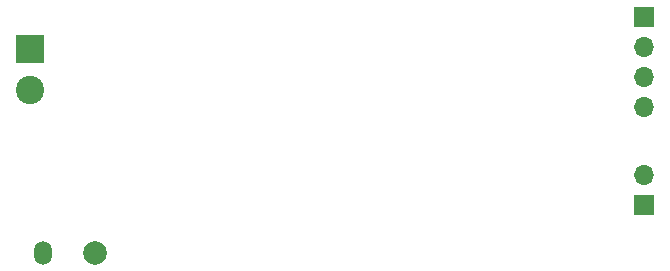
<source format=gbr>
%TF.GenerationSoftware,KiCad,Pcbnew,5.99.0+really5.1.10+dfsg1-1*%
%TF.CreationDate,2022-02-08T15:36:29-05:00*%
%TF.ProjectId,hotwire-lite,686f7477-6972-4652-9d6c-6974652e6b69,rev?*%
%TF.SameCoordinates,Original*%
%TF.FileFunction,Soldermask,Bot*%
%TF.FilePolarity,Negative*%
%FSLAX46Y46*%
G04 Gerber Fmt 4.6, Leading zero omitted, Abs format (unit mm)*
G04 Created by KiCad (PCBNEW 5.99.0+really5.1.10+dfsg1-1) date 2022-02-08 15:36:29*
%MOMM*%
%LPD*%
G01*
G04 APERTURE LIST*
%ADD10O,1.700000X1.700000*%
%ADD11R,1.700000X1.700000*%
%ADD12C,2.000000*%
%ADD13O,1.500000X2.000000*%
%ADD14R,2.400000X2.400000*%
%ADD15C,2.400000*%
G04 APERTURE END LIST*
D10*
%TO.C,J3*%
X122000000Y-68620000D03*
X122000000Y-66080000D03*
X122000000Y-63540000D03*
D11*
X122000000Y-61000000D03*
%TD*%
D10*
%TO.C,J4*%
X122000000Y-74460000D03*
D11*
X122000000Y-77000000D03*
%TD*%
D12*
%TO.C,J1*%
X75500000Y-81000000D03*
D13*
X71100000Y-81000000D03*
%TD*%
D14*
%TO.C,J2*%
X70000000Y-63750000D03*
D15*
X70000000Y-67250000D03*
%TD*%
M02*

</source>
